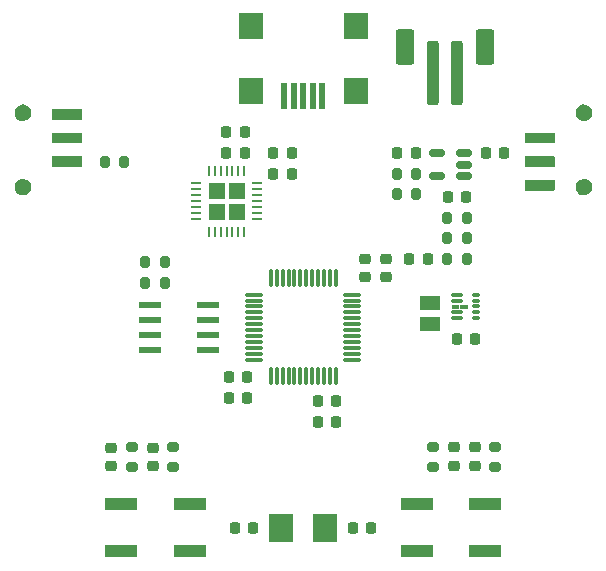
<source format=gbr>
%TF.GenerationSoftware,KiCad,Pcbnew,7.0.8*%
%TF.CreationDate,2023-11-19T03:45:18+01:00*%
%TF.ProjectId,ORBIT,4f524249-542e-46b6-9963-61645f706362,rev?*%
%TF.SameCoordinates,Original*%
%TF.FileFunction,Paste,Top*%
%TF.FilePolarity,Positive*%
%FSLAX46Y46*%
G04 Gerber Fmt 4.6, Leading zero omitted, Abs format (unit mm)*
G04 Created by KiCad (PCBNEW 7.0.8) date 2023-11-19 03:45:18*
%MOMM*%
%LPD*%
G01*
G04 APERTURE LIST*
G04 Aperture macros list*
%AMRoundRect*
0 Rectangle with rounded corners*
0 $1 Rounding radius*
0 $2 $3 $4 $5 $6 $7 $8 $9 X,Y pos of 4 corners*
0 Add a 4 corners polygon primitive as box body*
4,1,4,$2,$3,$4,$5,$6,$7,$8,$9,$2,$3,0*
0 Add four circle primitives for the rounded corners*
1,1,$1+$1,$2,$3*
1,1,$1+$1,$4,$5*
1,1,$1+$1,$6,$7*
1,1,$1+$1,$8,$9*
0 Add four rect primitives between the rounded corners*
20,1,$1+$1,$2,$3,$4,$5,0*
20,1,$1+$1,$4,$5,$6,$7,0*
20,1,$1+$1,$6,$7,$8,$9,0*
20,1,$1+$1,$8,$9,$2,$3,0*%
G04 Aperture macros list end*
%ADD10C,0.010000*%
%ADD11RoundRect,0.012500X0.287500X0.112500X-0.287500X0.112500X-0.287500X-0.112500X0.287500X-0.112500X0*%
%ADD12RoundRect,0.012500X0.437500X0.112500X-0.437500X0.112500X-0.437500X-0.112500X0.437500X-0.112500X0*%
%ADD13RoundRect,0.075000X0.075000X-0.662500X0.075000X0.662500X-0.075000X0.662500X-0.075000X-0.662500X0*%
%ADD14RoundRect,0.075000X0.662500X-0.075000X0.662500X0.075000X-0.662500X0.075000X-0.662500X-0.075000X0*%
%ADD15R,1.981200X0.558800*%
%ADD16R,2.500000X0.900000*%
%ADD17C,1.400000*%
%ADD18RoundRect,0.225000X0.225000X0.250000X-0.225000X0.250000X-0.225000X-0.250000X0.225000X-0.250000X0*%
%ADD19RoundRect,0.225000X-0.225000X-0.250000X0.225000X-0.250000X0.225000X0.250000X-0.225000X0.250000X0*%
%ADD20R,2.800000X1.000000*%
%ADD21RoundRect,0.218750X0.256250X-0.218750X0.256250X0.218750X-0.256250X0.218750X-0.256250X-0.218750X0*%
%ADD22RoundRect,0.225000X0.250000X-0.225000X0.250000X0.225000X-0.250000X0.225000X-0.250000X-0.225000X0*%
%ADD23RoundRect,0.225000X-0.250000X0.225000X-0.250000X-0.225000X0.250000X-0.225000X0.250000X0.225000X0*%
%ADD24RoundRect,0.218750X0.218750X0.256250X-0.218750X0.256250X-0.218750X-0.256250X0.218750X-0.256250X0*%
%ADD25R,1.820000X1.200000*%
%ADD26RoundRect,0.200000X-0.200000X-0.275000X0.200000X-0.275000X0.200000X0.275000X-0.200000X0.275000X0*%
%ADD27RoundRect,0.200000X0.275000X-0.200000X0.275000X0.200000X-0.275000X0.200000X-0.275000X-0.200000X0*%
%ADD28R,2.000000X2.400000*%
%ADD29RoundRect,0.200000X-0.275000X0.200000X-0.275000X-0.200000X0.275000X-0.200000X0.275000X0.200000X0*%
%ADD30RoundRect,0.150000X0.512500X0.150000X-0.512500X0.150000X-0.512500X-0.150000X0.512500X-0.150000X0*%
%ADD31R,0.500000X2.200000*%
%ADD32R,2.000000X2.200000*%
%ADD33RoundRect,0.200000X0.200000X0.275000X-0.200000X0.275000X-0.200000X-0.275000X0.200000X-0.275000X0*%
%ADD34RoundRect,0.250000X-0.250000X-2.500000X0.250000X-2.500000X0.250000X2.500000X-0.250000X2.500000X0*%
%ADD35RoundRect,0.250000X-0.550000X-1.250000X0.550000X-1.250000X0.550000X1.250000X-0.550000X1.250000X0*%
%ADD36R,0.900000X0.254000*%
%ADD37R,0.254000X0.900000*%
G04 APERTURE END LIST*
%TO.C,U15*%
D10*
X162808000Y-95626000D02*
X162810000Y-95626000D01*
X162813000Y-95627000D01*
X162815000Y-95627000D01*
X162818000Y-95628000D01*
X162820000Y-95629000D01*
X162823000Y-95630000D01*
X162825000Y-95632000D01*
X162827000Y-95633000D01*
X162829000Y-95635000D01*
X162831000Y-95636000D01*
X162833000Y-95638000D01*
X162835000Y-95640000D01*
X162837000Y-95642000D01*
X162839000Y-95644000D01*
X162840000Y-95646000D01*
X162842000Y-95648000D01*
X162843000Y-95650000D01*
X162845000Y-95652000D01*
X162846000Y-95655000D01*
X162847000Y-95657000D01*
X162848000Y-95660000D01*
X162848000Y-95662000D01*
X162849000Y-95665000D01*
X162849000Y-95667000D01*
X162850000Y-95670000D01*
X162850000Y-95672000D01*
X162850000Y-95675000D01*
X162850000Y-95825000D01*
X162850000Y-95828000D01*
X162850000Y-95830000D01*
X162849000Y-95833000D01*
X162849000Y-95835000D01*
X162848000Y-95838000D01*
X162848000Y-95840000D01*
X162847000Y-95843000D01*
X162846000Y-95845000D01*
X162845000Y-95848000D01*
X162843000Y-95850000D01*
X162842000Y-95852000D01*
X162840000Y-95854000D01*
X162839000Y-95856000D01*
X162837000Y-95858000D01*
X162835000Y-95860000D01*
X162833000Y-95862000D01*
X162831000Y-95864000D01*
X162829000Y-95865000D01*
X162827000Y-95867000D01*
X162825000Y-95868000D01*
X162823000Y-95870000D01*
X162820000Y-95871000D01*
X162818000Y-95872000D01*
X162815000Y-95873000D01*
X162813000Y-95873000D01*
X162810000Y-95874000D01*
X162808000Y-95874000D01*
X162805000Y-95875000D01*
X162803000Y-95875000D01*
X162800000Y-95875000D01*
X162350000Y-95875000D01*
X162347000Y-95875000D01*
X162345000Y-95875000D01*
X162342000Y-95874000D01*
X162340000Y-95874000D01*
X162337000Y-95873000D01*
X162335000Y-95873000D01*
X162332000Y-95872000D01*
X162330000Y-95871000D01*
X162327000Y-95870000D01*
X162325000Y-95868000D01*
X162323000Y-95867000D01*
X162321000Y-95865000D01*
X162319000Y-95864000D01*
X162317000Y-95862000D01*
X162315000Y-95860000D01*
X162313000Y-95858000D01*
X162311000Y-95856000D01*
X162310000Y-95854000D01*
X162308000Y-95852000D01*
X162307000Y-95850000D01*
X162305000Y-95848000D01*
X162304000Y-95845000D01*
X162303000Y-95843000D01*
X162302000Y-95840000D01*
X162302000Y-95838000D01*
X162301000Y-95835000D01*
X162301000Y-95833000D01*
X162300000Y-95830000D01*
X162300000Y-95828000D01*
X162300000Y-95825000D01*
X162300000Y-95675000D01*
X162300000Y-95672000D01*
X162300000Y-95670000D01*
X162301000Y-95667000D01*
X162301000Y-95665000D01*
X162302000Y-95662000D01*
X162302000Y-95660000D01*
X162303000Y-95657000D01*
X162304000Y-95655000D01*
X162305000Y-95652000D01*
X162307000Y-95650000D01*
X162308000Y-95648000D01*
X162310000Y-95646000D01*
X162311000Y-95644000D01*
X162313000Y-95642000D01*
X162315000Y-95640000D01*
X162317000Y-95638000D01*
X162319000Y-95636000D01*
X162321000Y-95635000D01*
X162323000Y-95633000D01*
X162325000Y-95632000D01*
X162327000Y-95630000D01*
X162330000Y-95629000D01*
X162332000Y-95628000D01*
X162335000Y-95627000D01*
X162337000Y-95627000D01*
X162340000Y-95626000D01*
X162342000Y-95626000D01*
X162345000Y-95625000D01*
X162347000Y-95625000D01*
X162350000Y-95625000D01*
X162800000Y-95625000D01*
X162803000Y-95625000D01*
X162805000Y-95625000D01*
X162808000Y-95626000D01*
G36*
X162808000Y-95626000D02*
G01*
X162810000Y-95626000D01*
X162813000Y-95627000D01*
X162815000Y-95627000D01*
X162818000Y-95628000D01*
X162820000Y-95629000D01*
X162823000Y-95630000D01*
X162825000Y-95632000D01*
X162827000Y-95633000D01*
X162829000Y-95635000D01*
X162831000Y-95636000D01*
X162833000Y-95638000D01*
X162835000Y-95640000D01*
X162837000Y-95642000D01*
X162839000Y-95644000D01*
X162840000Y-95646000D01*
X162842000Y-95648000D01*
X162843000Y-95650000D01*
X162845000Y-95652000D01*
X162846000Y-95655000D01*
X162847000Y-95657000D01*
X162848000Y-95660000D01*
X162848000Y-95662000D01*
X162849000Y-95665000D01*
X162849000Y-95667000D01*
X162850000Y-95670000D01*
X162850000Y-95672000D01*
X162850000Y-95675000D01*
X162850000Y-95825000D01*
X162850000Y-95828000D01*
X162850000Y-95830000D01*
X162849000Y-95833000D01*
X162849000Y-95835000D01*
X162848000Y-95838000D01*
X162848000Y-95840000D01*
X162847000Y-95843000D01*
X162846000Y-95845000D01*
X162845000Y-95848000D01*
X162843000Y-95850000D01*
X162842000Y-95852000D01*
X162840000Y-95854000D01*
X162839000Y-95856000D01*
X162837000Y-95858000D01*
X162835000Y-95860000D01*
X162833000Y-95862000D01*
X162831000Y-95864000D01*
X162829000Y-95865000D01*
X162827000Y-95867000D01*
X162825000Y-95868000D01*
X162823000Y-95870000D01*
X162820000Y-95871000D01*
X162818000Y-95872000D01*
X162815000Y-95873000D01*
X162813000Y-95873000D01*
X162810000Y-95874000D01*
X162808000Y-95874000D01*
X162805000Y-95875000D01*
X162803000Y-95875000D01*
X162800000Y-95875000D01*
X162350000Y-95875000D01*
X162347000Y-95875000D01*
X162345000Y-95875000D01*
X162342000Y-95874000D01*
X162340000Y-95874000D01*
X162337000Y-95873000D01*
X162335000Y-95873000D01*
X162332000Y-95872000D01*
X162330000Y-95871000D01*
X162327000Y-95870000D01*
X162325000Y-95868000D01*
X162323000Y-95867000D01*
X162321000Y-95865000D01*
X162319000Y-95864000D01*
X162317000Y-95862000D01*
X162315000Y-95860000D01*
X162313000Y-95858000D01*
X162311000Y-95856000D01*
X162310000Y-95854000D01*
X162308000Y-95852000D01*
X162307000Y-95850000D01*
X162305000Y-95848000D01*
X162304000Y-95845000D01*
X162303000Y-95843000D01*
X162302000Y-95840000D01*
X162302000Y-95838000D01*
X162301000Y-95835000D01*
X162301000Y-95833000D01*
X162300000Y-95830000D01*
X162300000Y-95828000D01*
X162300000Y-95825000D01*
X162300000Y-95675000D01*
X162300000Y-95672000D01*
X162300000Y-95670000D01*
X162301000Y-95667000D01*
X162301000Y-95665000D01*
X162302000Y-95662000D01*
X162302000Y-95660000D01*
X162303000Y-95657000D01*
X162304000Y-95655000D01*
X162305000Y-95652000D01*
X162307000Y-95650000D01*
X162308000Y-95648000D01*
X162310000Y-95646000D01*
X162311000Y-95644000D01*
X162313000Y-95642000D01*
X162315000Y-95640000D01*
X162317000Y-95638000D01*
X162319000Y-95636000D01*
X162321000Y-95635000D01*
X162323000Y-95633000D01*
X162325000Y-95632000D01*
X162327000Y-95630000D01*
X162330000Y-95629000D01*
X162332000Y-95628000D01*
X162335000Y-95627000D01*
X162337000Y-95627000D01*
X162340000Y-95626000D01*
X162342000Y-95626000D01*
X162345000Y-95625000D01*
X162347000Y-95625000D01*
X162350000Y-95625000D01*
X162800000Y-95625000D01*
X162803000Y-95625000D01*
X162805000Y-95625000D01*
X162808000Y-95626000D01*
G37*
X162058000Y-95626000D02*
X162060000Y-95626000D01*
X162063000Y-95627000D01*
X162065000Y-95627000D01*
X162068000Y-95628000D01*
X162070000Y-95629000D01*
X162073000Y-95630000D01*
X162075000Y-95632000D01*
X162077000Y-95633000D01*
X162079000Y-95635000D01*
X162081000Y-95636000D01*
X162083000Y-95638000D01*
X162085000Y-95640000D01*
X162087000Y-95642000D01*
X162089000Y-95644000D01*
X162090000Y-95646000D01*
X162092000Y-95648000D01*
X162093000Y-95650000D01*
X162095000Y-95652000D01*
X162096000Y-95655000D01*
X162097000Y-95657000D01*
X162098000Y-95660000D01*
X162098000Y-95662000D01*
X162099000Y-95665000D01*
X162099000Y-95667000D01*
X162100000Y-95670000D01*
X162100000Y-95672000D01*
X162100000Y-95675000D01*
X162100000Y-95825000D01*
X162100000Y-95828000D01*
X162100000Y-95830000D01*
X162099000Y-95833000D01*
X162099000Y-95835000D01*
X162098000Y-95838000D01*
X162098000Y-95840000D01*
X162097000Y-95843000D01*
X162096000Y-95845000D01*
X162095000Y-95848000D01*
X162093000Y-95850000D01*
X162092000Y-95852000D01*
X162090000Y-95854000D01*
X162089000Y-95856000D01*
X162087000Y-95858000D01*
X162085000Y-95860000D01*
X162083000Y-95862000D01*
X162081000Y-95864000D01*
X162079000Y-95865000D01*
X162077000Y-95867000D01*
X162075000Y-95868000D01*
X162073000Y-95870000D01*
X162070000Y-95871000D01*
X162068000Y-95872000D01*
X162065000Y-95873000D01*
X162063000Y-95873000D01*
X162060000Y-95874000D01*
X162058000Y-95874000D01*
X162055000Y-95875000D01*
X162053000Y-95875000D01*
X162050000Y-95875000D01*
X161600000Y-95875000D01*
X161597000Y-95875000D01*
X161595000Y-95875000D01*
X161592000Y-95874000D01*
X161590000Y-95874000D01*
X161587000Y-95873000D01*
X161585000Y-95873000D01*
X161582000Y-95872000D01*
X161580000Y-95871000D01*
X161577000Y-95870000D01*
X161575000Y-95868000D01*
X161573000Y-95867000D01*
X161571000Y-95865000D01*
X161569000Y-95864000D01*
X161567000Y-95862000D01*
X161565000Y-95860000D01*
X161563000Y-95858000D01*
X161561000Y-95856000D01*
X161560000Y-95854000D01*
X161558000Y-95852000D01*
X161557000Y-95850000D01*
X161555000Y-95848000D01*
X161554000Y-95845000D01*
X161553000Y-95843000D01*
X161552000Y-95840000D01*
X161552000Y-95838000D01*
X161551000Y-95835000D01*
X161551000Y-95833000D01*
X161550000Y-95830000D01*
X161550000Y-95828000D01*
X161550000Y-95825000D01*
X161550000Y-95675000D01*
X161550000Y-95672000D01*
X161550000Y-95670000D01*
X161551000Y-95667000D01*
X161551000Y-95665000D01*
X161552000Y-95662000D01*
X161552000Y-95660000D01*
X161553000Y-95657000D01*
X161554000Y-95655000D01*
X161555000Y-95652000D01*
X161557000Y-95650000D01*
X161558000Y-95648000D01*
X161560000Y-95646000D01*
X161561000Y-95644000D01*
X161563000Y-95642000D01*
X161565000Y-95640000D01*
X161567000Y-95638000D01*
X161569000Y-95636000D01*
X161571000Y-95635000D01*
X161573000Y-95633000D01*
X161575000Y-95632000D01*
X161577000Y-95630000D01*
X161580000Y-95629000D01*
X161582000Y-95628000D01*
X161585000Y-95627000D01*
X161587000Y-95627000D01*
X161590000Y-95626000D01*
X161592000Y-95626000D01*
X161595000Y-95625000D01*
X161597000Y-95625000D01*
X161600000Y-95625000D01*
X162050000Y-95625000D01*
X162053000Y-95625000D01*
X162055000Y-95625000D01*
X162058000Y-95626000D01*
G36*
X162058000Y-95626000D02*
G01*
X162060000Y-95626000D01*
X162063000Y-95627000D01*
X162065000Y-95627000D01*
X162068000Y-95628000D01*
X162070000Y-95629000D01*
X162073000Y-95630000D01*
X162075000Y-95632000D01*
X162077000Y-95633000D01*
X162079000Y-95635000D01*
X162081000Y-95636000D01*
X162083000Y-95638000D01*
X162085000Y-95640000D01*
X162087000Y-95642000D01*
X162089000Y-95644000D01*
X162090000Y-95646000D01*
X162092000Y-95648000D01*
X162093000Y-95650000D01*
X162095000Y-95652000D01*
X162096000Y-95655000D01*
X162097000Y-95657000D01*
X162098000Y-95660000D01*
X162098000Y-95662000D01*
X162099000Y-95665000D01*
X162099000Y-95667000D01*
X162100000Y-95670000D01*
X162100000Y-95672000D01*
X162100000Y-95675000D01*
X162100000Y-95825000D01*
X162100000Y-95828000D01*
X162100000Y-95830000D01*
X162099000Y-95833000D01*
X162099000Y-95835000D01*
X162098000Y-95838000D01*
X162098000Y-95840000D01*
X162097000Y-95843000D01*
X162096000Y-95845000D01*
X162095000Y-95848000D01*
X162093000Y-95850000D01*
X162092000Y-95852000D01*
X162090000Y-95854000D01*
X162089000Y-95856000D01*
X162087000Y-95858000D01*
X162085000Y-95860000D01*
X162083000Y-95862000D01*
X162081000Y-95864000D01*
X162079000Y-95865000D01*
X162077000Y-95867000D01*
X162075000Y-95868000D01*
X162073000Y-95870000D01*
X162070000Y-95871000D01*
X162068000Y-95872000D01*
X162065000Y-95873000D01*
X162063000Y-95873000D01*
X162060000Y-95874000D01*
X162058000Y-95874000D01*
X162055000Y-95875000D01*
X162053000Y-95875000D01*
X162050000Y-95875000D01*
X161600000Y-95875000D01*
X161597000Y-95875000D01*
X161595000Y-95875000D01*
X161592000Y-95874000D01*
X161590000Y-95874000D01*
X161587000Y-95873000D01*
X161585000Y-95873000D01*
X161582000Y-95872000D01*
X161580000Y-95871000D01*
X161577000Y-95870000D01*
X161575000Y-95868000D01*
X161573000Y-95867000D01*
X161571000Y-95865000D01*
X161569000Y-95864000D01*
X161567000Y-95862000D01*
X161565000Y-95860000D01*
X161563000Y-95858000D01*
X161561000Y-95856000D01*
X161560000Y-95854000D01*
X161558000Y-95852000D01*
X161557000Y-95850000D01*
X161555000Y-95848000D01*
X161554000Y-95845000D01*
X161553000Y-95843000D01*
X161552000Y-95840000D01*
X161552000Y-95838000D01*
X161551000Y-95835000D01*
X161551000Y-95833000D01*
X161550000Y-95830000D01*
X161550000Y-95828000D01*
X161550000Y-95825000D01*
X161550000Y-95675000D01*
X161550000Y-95672000D01*
X161550000Y-95670000D01*
X161551000Y-95667000D01*
X161551000Y-95665000D01*
X161552000Y-95662000D01*
X161552000Y-95660000D01*
X161553000Y-95657000D01*
X161554000Y-95655000D01*
X161555000Y-95652000D01*
X161557000Y-95650000D01*
X161558000Y-95648000D01*
X161560000Y-95646000D01*
X161561000Y-95644000D01*
X161563000Y-95642000D01*
X161565000Y-95640000D01*
X161567000Y-95638000D01*
X161569000Y-95636000D01*
X161571000Y-95635000D01*
X161573000Y-95633000D01*
X161575000Y-95632000D01*
X161577000Y-95630000D01*
X161580000Y-95629000D01*
X161582000Y-95628000D01*
X161585000Y-95627000D01*
X161587000Y-95627000D01*
X161590000Y-95626000D01*
X161592000Y-95626000D01*
X161595000Y-95625000D01*
X161597000Y-95625000D01*
X161600000Y-95625000D01*
X162050000Y-95625000D01*
X162053000Y-95625000D01*
X162055000Y-95625000D01*
X162058000Y-95626000D01*
G37*
%TO.C,PWR1*%
G36*
X170250000Y-81950000D02*
G01*
X167750000Y-81950000D01*
X167750000Y-81050000D01*
X170250000Y-81050000D01*
X170250000Y-81950000D01*
G37*
G36*
X170250000Y-83950000D02*
G01*
X167750000Y-83950000D01*
X167750000Y-83050000D01*
X170250000Y-83050000D01*
X170250000Y-83950000D01*
G37*
G36*
X170250000Y-85950000D02*
G01*
X167750000Y-85950000D01*
X167750000Y-85050000D01*
X170250000Y-85050000D01*
X170250000Y-85950000D01*
G37*
G36*
X172922000Y-78671000D02*
G01*
X173133000Y-78764000D01*
X173302000Y-78920000D01*
X173412000Y-79123000D01*
X173450000Y-79350000D01*
X173412000Y-79577000D01*
X173302000Y-79780000D01*
X173133000Y-79936000D01*
X172922000Y-80029000D01*
X172692000Y-80048000D01*
X172469000Y-79991000D01*
X172276000Y-79865000D01*
X172134000Y-79683000D01*
X172060000Y-79465000D01*
X172060000Y-79235000D01*
X172134000Y-79017000D01*
X172276000Y-78835000D01*
X172469000Y-78709000D01*
X172692000Y-78652000D01*
X172922000Y-78671000D01*
G37*
G36*
X172922000Y-84971000D02*
G01*
X173133000Y-85064000D01*
X173302000Y-85220000D01*
X173412000Y-85423000D01*
X173450000Y-85650000D01*
X173412000Y-85877000D01*
X173302000Y-86080000D01*
X173133000Y-86236000D01*
X172922000Y-86329000D01*
X172692000Y-86348000D01*
X172469000Y-86291000D01*
X172276000Y-86165000D01*
X172134000Y-85983000D01*
X172060000Y-85765000D01*
X172060000Y-85535000D01*
X172134000Y-85317000D01*
X172276000Y-85135000D01*
X172469000Y-85009000D01*
X172692000Y-84952000D01*
X172922000Y-84971000D01*
G37*
%TO.C,U22*%
X144002010Y-86590000D02*
X142750000Y-86590000D01*
X142750000Y-85337990D01*
X144002010Y-85337990D01*
X144002010Y-86590000D01*
G36*
X144002010Y-86590000D02*
G01*
X142750000Y-86590000D01*
X142750000Y-85337990D01*
X144002010Y-85337990D01*
X144002010Y-86590000D01*
G37*
X144000820Y-88340000D02*
X142750000Y-88340000D01*
X142750000Y-87090137D01*
X144000820Y-87090137D01*
X144000820Y-88340000D01*
G36*
X144000820Y-88340000D02*
G01*
X142750000Y-88340000D01*
X142750000Y-87090137D01*
X144000820Y-87090137D01*
X144000820Y-88340000D01*
G37*
X142249920Y-86590000D02*
X141000000Y-86590000D01*
X141000000Y-85339520D01*
X142249920Y-85339520D01*
X142249920Y-86590000D01*
G36*
X142249920Y-86590000D02*
G01*
X141000000Y-86590000D01*
X141000000Y-85339520D01*
X142249920Y-85339520D01*
X142249920Y-86590000D01*
G37*
X142249554Y-88340000D02*
X141000000Y-88340000D01*
X141000000Y-87090446D01*
X142249554Y-87090446D01*
X142249554Y-88340000D01*
G36*
X142249554Y-88340000D02*
G01*
X141000000Y-88340000D01*
X141000000Y-87090446D01*
X142249554Y-87090446D01*
X142249554Y-88340000D01*
G37*
%TO.C,BOOT0*%
G36*
X130250000Y-83950000D02*
G01*
X127750000Y-83950000D01*
X127750000Y-83050000D01*
X130250000Y-83050000D01*
X130250000Y-83950000D01*
G37*
G36*
X130250000Y-81950000D02*
G01*
X127750000Y-81950000D01*
X127750000Y-81050000D01*
X130250000Y-81050000D01*
X130250000Y-81950000D01*
G37*
G36*
X130250000Y-79950000D02*
G01*
X127750000Y-79950000D01*
X127750000Y-79050000D01*
X130250000Y-79050000D01*
X130250000Y-79950000D01*
G37*
G36*
X125531000Y-85009000D02*
G01*
X125724000Y-85135000D01*
X125866000Y-85317000D01*
X125940000Y-85535000D01*
X125940000Y-85765000D01*
X125866000Y-85983000D01*
X125724000Y-86165000D01*
X125531000Y-86291000D01*
X125308000Y-86348000D01*
X125078000Y-86329000D01*
X124867000Y-86236000D01*
X124698000Y-86080000D01*
X124588000Y-85877000D01*
X124550000Y-85650000D01*
X124588000Y-85423000D01*
X124698000Y-85220000D01*
X124867000Y-85064000D01*
X125078000Y-84971000D01*
X125308000Y-84952000D01*
X125531000Y-85009000D01*
G37*
G36*
X125531000Y-78709000D02*
G01*
X125724000Y-78835000D01*
X125866000Y-79017000D01*
X125940000Y-79235000D01*
X125940000Y-79465000D01*
X125866000Y-79683000D01*
X125724000Y-79865000D01*
X125531000Y-79991000D01*
X125308000Y-80048000D01*
X125078000Y-80029000D01*
X124867000Y-79936000D01*
X124698000Y-79780000D01*
X124588000Y-79577000D01*
X124550000Y-79350000D01*
X124588000Y-79123000D01*
X124698000Y-78920000D01*
X124867000Y-78764000D01*
X125078000Y-78671000D01*
X125308000Y-78652000D01*
X125531000Y-78709000D01*
G37*
%TD*%
D11*
%TO.C,U15*%
X163650000Y-96750000D03*
X163650000Y-96250000D03*
X163650000Y-95750000D03*
X163650000Y-95250000D03*
X163650000Y-94750000D03*
D12*
X162000000Y-94750000D03*
X162000000Y-95250000D03*
X162000000Y-96250000D03*
X162000000Y-96750000D03*
%TD*%
D13*
%TO.C,U16*%
X146250000Y-101662500D03*
X146750000Y-101662500D03*
X147250000Y-101662500D03*
X147750000Y-101662500D03*
X148250000Y-101662500D03*
X148750000Y-101662500D03*
X149250000Y-101662500D03*
X149750000Y-101662500D03*
X150250000Y-101662500D03*
X150750000Y-101662500D03*
X151250000Y-101662500D03*
X151750000Y-101662500D03*
D14*
X153162500Y-100250000D03*
X153162500Y-99750000D03*
X153162500Y-99250000D03*
X153162500Y-98750000D03*
X153162500Y-98250000D03*
X153162500Y-97750000D03*
X153162500Y-97250000D03*
X153162500Y-96750000D03*
X153162500Y-96250000D03*
X153162500Y-95750000D03*
X153162500Y-95250000D03*
X153162500Y-94750000D03*
D13*
X151750000Y-93337500D03*
X151250000Y-93337500D03*
X150750000Y-93337500D03*
X150250000Y-93337500D03*
X149750000Y-93337500D03*
X149250000Y-93337500D03*
X148750000Y-93337500D03*
X148250000Y-93337500D03*
X147750000Y-93337500D03*
X147250000Y-93337500D03*
X146750000Y-93337500D03*
X146250000Y-93337500D03*
D14*
X144837500Y-94750000D03*
X144837500Y-95250000D03*
X144837500Y-95750000D03*
X144837500Y-96250000D03*
X144837500Y-96750000D03*
X144837500Y-97250000D03*
X144837500Y-97750000D03*
X144837500Y-98250000D03*
X144837500Y-98750000D03*
X144837500Y-99250000D03*
X144837500Y-99750000D03*
X144837500Y-100250000D03*
%TD*%
D15*
%TO.C,U17*%
X136036200Y-95595000D03*
X136036200Y-96865000D03*
X136036200Y-98135000D03*
X136036200Y-99405000D03*
X140963800Y-99405000D03*
X140963800Y-98135000D03*
X140963800Y-96865000D03*
X140963800Y-95595000D03*
%TD*%
D16*
%TO.C,PWR1*%
X169000000Y-81500000D03*
X169000000Y-83500000D03*
X169000000Y-85500000D03*
D17*
X172750000Y-79350000D03*
X172750000Y-85650000D03*
%TD*%
D18*
%TO.C,C24*%
X144025000Y-82750000D03*
X142475000Y-82750000D03*
%TD*%
D19*
%TO.C,C9*%
X150225000Y-105500000D03*
X151775000Y-105500000D03*
%TD*%
%TO.C,C21*%
X146475000Y-82750000D03*
X148025000Y-82750000D03*
%TD*%
%TO.C,C7*%
X164475000Y-82750000D03*
X166025000Y-82750000D03*
%TD*%
%TO.C,C14*%
X161975000Y-98500000D03*
X163525000Y-98500000D03*
%TD*%
D20*
%TO.C,SW1*%
X158600000Y-112500000D03*
X164400000Y-112500000D03*
X158600000Y-116500000D03*
X164400000Y-116500000D03*
%TD*%
D21*
%TO.C,D3*%
X161750000Y-109247500D03*
X161750000Y-107672500D03*
%TD*%
D22*
%TO.C,C2*%
X156000000Y-93275000D03*
X156000000Y-91725000D03*
%TD*%
D23*
%TO.C,C19*%
X136250000Y-107725000D03*
X136250000Y-109275000D03*
%TD*%
D24*
%TO.C,D1*%
X162787500Y-86500000D03*
X161212500Y-86500000D03*
%TD*%
D22*
%TO.C,C18*%
X132750000Y-109275000D03*
X132750000Y-107725000D03*
%TD*%
D25*
%TO.C,L1*%
X159750000Y-97220000D03*
X159750000Y-95500000D03*
%TD*%
D26*
%TO.C,R1*%
X156925000Y-86250000D03*
X158575000Y-86250000D03*
%TD*%
D27*
%TO.C,R12*%
X134500000Y-109325000D03*
X134500000Y-107675000D03*
%TD*%
D18*
%TO.C,C8*%
X158525000Y-82750000D03*
X156975000Y-82750000D03*
%TD*%
%TO.C,C5*%
X144275000Y-101750000D03*
X142725000Y-101750000D03*
%TD*%
D28*
%TO.C,U10*%
X147150000Y-114500000D03*
X150850000Y-114500000D03*
%TD*%
D29*
%TO.C,R11*%
X138000000Y-107675000D03*
X138000000Y-109325000D03*
%TD*%
D30*
%TO.C,U1*%
X162637500Y-84700000D03*
X162637500Y-83750000D03*
X162637500Y-82800000D03*
X160362500Y-82800000D03*
X160362500Y-84700000D03*
%TD*%
D18*
%TO.C,C23*%
X144025000Y-81000000D03*
X142475000Y-81000000D03*
%TD*%
%TO.C,C13*%
X159525000Y-91750000D03*
X157975000Y-91750000D03*
%TD*%
D31*
%TO.C,USB1*%
X150600000Y-77950000D03*
X149800000Y-77950000D03*
X149000000Y-77950000D03*
X148200000Y-77950000D03*
X147400000Y-77950000D03*
D32*
X153450000Y-77550000D03*
X144550000Y-77550000D03*
X144550000Y-72050000D03*
X153450000Y-72050000D03*
%TD*%
D20*
%TO.C,SW2*%
X139400000Y-116500000D03*
X133600000Y-116500000D03*
X139400000Y-112500000D03*
X133600000Y-112500000D03*
%TD*%
D29*
%TO.C,R5*%
X160000000Y-107675000D03*
X160000000Y-109325000D03*
%TD*%
D33*
%TO.C,R10*%
X137250000Y-93750000D03*
X135600000Y-93750000D03*
%TD*%
%TO.C,R2*%
X133825000Y-83500000D03*
X132175000Y-83500000D03*
%TD*%
D19*
%TO.C,C12*%
X153225000Y-114500000D03*
X154775000Y-114500000D03*
%TD*%
D29*
%TO.C,R4*%
X165250000Y-107675000D03*
X165250000Y-109325000D03*
%TD*%
D26*
%TO.C,R7*%
X161175000Y-90000000D03*
X162825000Y-90000000D03*
%TD*%
D34*
%TO.C,BAT1*%
X160000000Y-76000000D03*
X162000000Y-76000000D03*
D35*
X157600000Y-73750000D03*
X164400000Y-73750000D03*
%TD*%
D19*
%TO.C,C3*%
X150225000Y-103750000D03*
X151775000Y-103750000D03*
%TD*%
D33*
%TO.C,R8*%
X162825000Y-88250000D03*
X161175000Y-88250000D03*
%TD*%
D26*
%TO.C,R6*%
X161175000Y-91750000D03*
X162825000Y-91750000D03*
%TD*%
D22*
%TO.C,C6*%
X154250000Y-93275000D03*
X154250000Y-91725000D03*
%TD*%
D36*
%TO.C,U22*%
X145090000Y-88340000D03*
X145090000Y-87840000D03*
X145090000Y-87340000D03*
X145090000Y-86840000D03*
X145090000Y-86340000D03*
X145090000Y-85840000D03*
X145090000Y-85340000D03*
D37*
X144000000Y-84250000D03*
X143500000Y-84250000D03*
X143000000Y-84250000D03*
X142500000Y-84250000D03*
X142000000Y-84250000D03*
X141500000Y-84250000D03*
X141000000Y-84250000D03*
D36*
X139910000Y-85340000D03*
X139910000Y-85840000D03*
X139910000Y-86340000D03*
X139910000Y-86840000D03*
X139910000Y-87340000D03*
X139910000Y-87840000D03*
X139910000Y-88340000D03*
D37*
X141000000Y-89430000D03*
X141500000Y-89430000D03*
X142000000Y-89430000D03*
X142500000Y-89430000D03*
X143000000Y-89430000D03*
X143500000Y-89430000D03*
X144000000Y-89430000D03*
%TD*%
D21*
%TO.C,D2*%
X163500000Y-109247500D03*
X163500000Y-107672500D03*
%TD*%
D18*
%TO.C,C4*%
X144275000Y-103500000D03*
X142725000Y-103500000D03*
%TD*%
%TO.C,C11*%
X144775000Y-114500000D03*
X143225000Y-114500000D03*
%TD*%
D33*
%TO.C,R9*%
X137250000Y-92000000D03*
X135600000Y-92000000D03*
%TD*%
D26*
%TO.C,R3*%
X156925000Y-84500000D03*
X158575000Y-84500000D03*
%TD*%
D19*
%TO.C,C20*%
X146475000Y-84500000D03*
X148025000Y-84500000D03*
%TD*%
D16*
%TO.C,BOOT0*%
X129000000Y-83500000D03*
X129000000Y-81500000D03*
X129000000Y-79500000D03*
D17*
X125250000Y-85650000D03*
X125250000Y-79350000D03*
%TD*%
M02*

</source>
